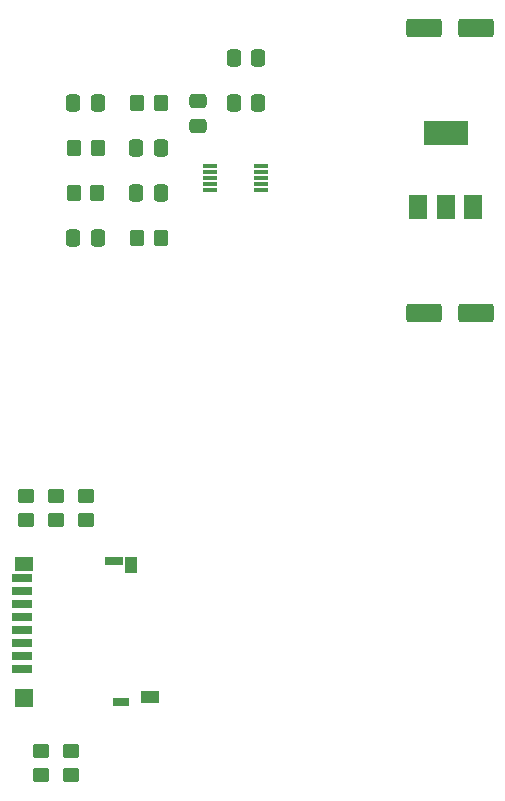
<source format=gbr>
%TF.GenerationSoftware,KiCad,Pcbnew,6.0.4-6f826c9f35~116~ubuntu21.10.1*%
%TF.CreationDate,2022-04-23T21:14:11+02:00*%
%TF.ProjectId,qm k7 aux brd,716d206b-3720-4617-9578-206272642e6b,rev?*%
%TF.SameCoordinates,Original*%
%TF.FileFunction,Paste,Top*%
%TF.FilePolarity,Positive*%
%FSLAX46Y46*%
G04 Gerber Fmt 4.6, Leading zero omitted, Abs format (unit mm)*
G04 Created by KiCad (PCBNEW 6.0.4-6f826c9f35~116~ubuntu21.10.1) date 2022-04-23 21:14:11*
%MOMM*%
%LPD*%
G01*
G04 APERTURE LIST*
G04 Aperture macros list*
%AMRoundRect*
0 Rectangle with rounded corners*
0 $1 Rounding radius*
0 $2 $3 $4 $5 $6 $7 $8 $9 X,Y pos of 4 corners*
0 Add a 4 corners polygon primitive as box body*
4,1,4,$2,$3,$4,$5,$6,$7,$8,$9,$2,$3,0*
0 Add four circle primitives for the rounded corners*
1,1,$1+$1,$2,$3*
1,1,$1+$1,$4,$5*
1,1,$1+$1,$6,$7*
1,1,$1+$1,$8,$9*
0 Add four rect primitives between the rounded corners*
20,1,$1+$1,$2,$3,$4,$5,0*
20,1,$1+$1,$4,$5,$6,$7,0*
20,1,$1+$1,$6,$7,$8,$9,0*
20,1,$1+$1,$8,$9,$2,$3,0*%
G04 Aperture macros list end*
%ADD10RoundRect,0.250000X-0.450000X0.350000X-0.450000X-0.350000X0.450000X-0.350000X0.450000X0.350000X0*%
%ADD11RoundRect,0.250000X-0.350000X-0.450000X0.350000X-0.450000X0.350000X0.450000X-0.350000X0.450000X0*%
%ADD12RoundRect,0.250000X-1.250000X-0.550000X1.250000X-0.550000X1.250000X0.550000X-1.250000X0.550000X0*%
%ADD13RoundRect,0.250000X0.337500X0.475000X-0.337500X0.475000X-0.337500X-0.475000X0.337500X-0.475000X0*%
%ADD14R,1.500000X2.000000*%
%ADD15R,3.800000X2.000000*%
%ADD16RoundRect,0.250000X0.350000X0.450000X-0.350000X0.450000X-0.350000X-0.450000X0.350000X-0.450000X0*%
%ADD17RoundRect,0.250000X0.450000X-0.350000X0.450000X0.350000X-0.450000X0.350000X-0.450000X-0.350000X0*%
%ADD18R,1.302499X0.304800*%
%ADD19RoundRect,0.250000X0.475000X-0.337500X0.475000X0.337500X-0.475000X0.337500X-0.475000X-0.337500X0*%
%ADD20R,1.750000X0.700000*%
%ADD21R,1.000000X1.450000*%
%ADD22R,1.550000X1.000000*%
%ADD23R,1.400000X0.800000*%
%ADD24R,1.500000X1.300000*%
%ADD25R,1.500000X1.500000*%
%ADD26R,1.500000X0.800000*%
G04 APERTURE END LIST*
D10*
%TO.C,R5*%
X106680000Y-108220000D03*
X106680000Y-110220000D03*
%TD*%
D11*
%TO.C,R6*%
X116110000Y-86360000D03*
X118110000Y-86360000D03*
%TD*%
D10*
%TO.C,R4*%
X109220000Y-108220000D03*
X109220000Y-110220000D03*
%TD*%
D12*
%TO.C,C1*%
X140380000Y-92710000D03*
X144780000Y-92710000D03*
%TD*%
D13*
%TO.C,C9*%
X126365000Y-71120000D03*
X124290000Y-71120000D03*
%TD*%
%TO.C,C4*%
X118110000Y-78740000D03*
X116035000Y-78740000D03*
%TD*%
D14*
%TO.C,U1*%
X139940000Y-83770000D03*
X142240000Y-83770000D03*
D15*
X142240000Y-77470000D03*
D14*
X144540000Y-83770000D03*
%TD*%
D16*
%TO.C,R9*%
X112797500Y-78740000D03*
X110797500Y-78740000D03*
%TD*%
D13*
%TO.C,C5*%
X112797500Y-86360000D03*
X110722500Y-86360000D03*
%TD*%
D17*
%TO.C,R1*%
X107950000Y-131810000D03*
X107950000Y-129810000D03*
%TD*%
D10*
%TO.C,R3*%
X111760000Y-108220000D03*
X111760000Y-110220000D03*
%TD*%
D12*
%TO.C,C2*%
X140380000Y-68580000D03*
X144780000Y-68580000D03*
%TD*%
D13*
%TO.C,C6*%
X112797500Y-74930000D03*
X110722500Y-74930000D03*
%TD*%
D11*
%TO.C,R7*%
X116110000Y-74930000D03*
X118110000Y-74930000D03*
%TD*%
D16*
%TO.C,R8*%
X112760000Y-82550000D03*
X110760000Y-82550000D03*
%TD*%
D13*
%TO.C,C3*%
X118110000Y-82550000D03*
X116035000Y-82550000D03*
%TD*%
D18*
%TO.C,U2*%
X126609848Y-82280001D03*
X126609848Y-81779999D03*
X126609848Y-81280000D03*
X126609848Y-80780001D03*
X126609848Y-80279999D03*
X122310152Y-80279999D03*
X122310152Y-80780001D03*
X122310152Y-81280000D03*
X122310152Y-81779999D03*
X122310152Y-82280001D03*
%TD*%
D13*
%TO.C,C8*%
X126365000Y-74930000D03*
X124290000Y-74930000D03*
%TD*%
D19*
%TO.C,C7*%
X121285000Y-76835000D03*
X121285000Y-74760000D03*
%TD*%
D17*
%TO.C,R2*%
X110490000Y-131810000D03*
X110490000Y-129810000D03*
%TD*%
D20*
%TO.C,J2*%
X106410000Y-122850000D03*
X106410000Y-121750000D03*
X106410000Y-120650000D03*
X106410000Y-119550000D03*
X106410000Y-118450000D03*
X106410000Y-117350000D03*
X106410000Y-116250000D03*
X106410000Y-115150000D03*
D21*
X115635000Y-114025000D03*
D22*
X117210000Y-125250000D03*
D23*
X114785000Y-125650000D03*
D24*
X106535000Y-113950000D03*
D25*
X106535000Y-125300000D03*
D26*
X114135000Y-113700000D03*
%TD*%
M02*

</source>
